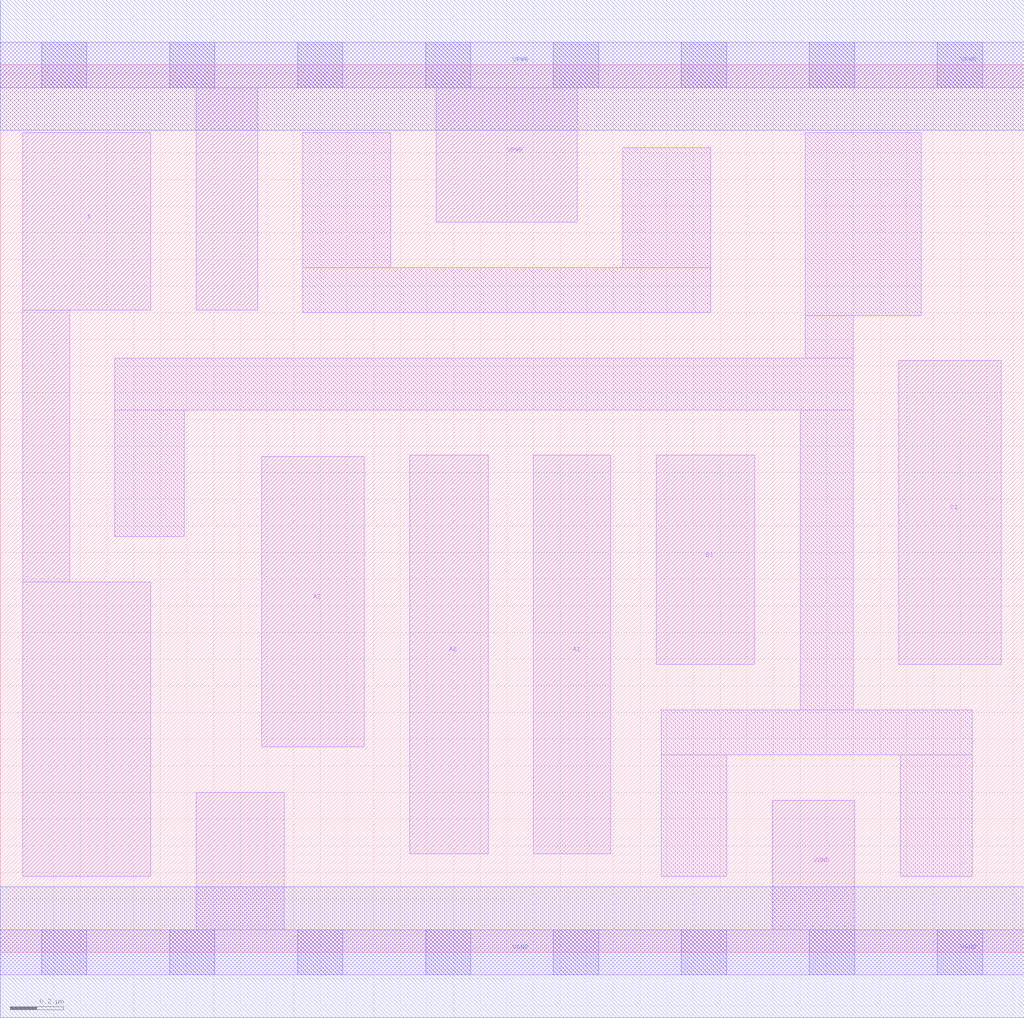
<source format=lef>
# Copyright 2020 The SkyWater PDK Authors
#
# Licensed under the Apache License, Version 2.0 (the "License");
# you may not use this file except in compliance with the License.
# You may obtain a copy of the License at
#
#     https://www.apache.org/licenses/LICENSE-2.0
#
# Unless required by applicable law or agreed to in writing, software
# distributed under the License is distributed on an "AS IS" BASIS,
# WITHOUT WARRANTIES OR CONDITIONS OF ANY KIND, either express or implied.
# See the License for the specific language governing permissions and
# limitations under the License.
#
# SPDX-License-Identifier: Apache-2.0

VERSION 5.7 ;
  NAMESCASESENSITIVE ON ;
  NOWIREEXTENSIONATPIN ON ;
  DIVIDERCHAR "/" ;
  BUSBITCHARS "[]" ;
UNITS
  DATABASE MICRONS 200 ;
END UNITS
MACRO sky130_fd_sc_lp__a311o_0
  CLASS CORE ;
  SOURCE USER ;
  FOREIGN sky130_fd_sc_lp__a311o_0 ;
  ORIGIN  0.000000  0.000000 ;
  SIZE  3.840000 BY  3.330000 ;
  SYMMETRY X Y R90 ;
  SITE unit ;
  PIN A1
    ANTENNAGATEAREA  0.159000 ;
    DIRECTION INPUT ;
    USE SIGNAL ;
    PORT
      LAYER li1 ;
        RECT 2.000000 0.370000 2.290000 1.865000 ;
    END
  END A1
  PIN A2
    ANTENNAGATEAREA  0.159000 ;
    DIRECTION INPUT ;
    USE SIGNAL ;
    PORT
      LAYER li1 ;
        RECT 1.535000 0.370000 1.830000 1.865000 ;
    END
  END A2
  PIN A3
    ANTENNAGATEAREA  0.159000 ;
    DIRECTION INPUT ;
    USE SIGNAL ;
    PORT
      LAYER li1 ;
        RECT 0.980000 0.770000 1.365000 1.860000 ;
    END
  END A3
  PIN B1
    ANTENNAGATEAREA  0.159000 ;
    DIRECTION INPUT ;
    USE SIGNAL ;
    PORT
      LAYER li1 ;
        RECT 2.460000 1.080000 2.830000 1.865000 ;
    END
  END B1
  PIN C1
    ANTENNAGATEAREA  0.159000 ;
    DIRECTION INPUT ;
    USE SIGNAL ;
    PORT
      LAYER li1 ;
        RECT 3.370000 1.080000 3.755000 2.220000 ;
    END
  END C1
  PIN X
    ANTENNADIFFAREA  0.293700 ;
    DIRECTION OUTPUT ;
    USE SIGNAL ;
    PORT
      LAYER li1 ;
        RECT 0.085000 0.285000 0.565000 1.390000 ;
        RECT 0.085000 1.390000 0.260000 2.410000 ;
        RECT 0.085000 2.410000 0.565000 3.075000 ;
    END
  END X
  PIN VGND
    DIRECTION INOUT ;
    USE GROUND ;
    PORT
      LAYER li1 ;
        RECT 0.000000 -0.085000 3.840000 0.085000 ;
        RECT 0.735000  0.085000 1.065000 0.600000 ;
        RECT 2.895000  0.085000 3.205000 0.570000 ;
      LAYER mcon ;
        RECT 0.155000 -0.085000 0.325000 0.085000 ;
        RECT 0.635000 -0.085000 0.805000 0.085000 ;
        RECT 1.115000 -0.085000 1.285000 0.085000 ;
        RECT 1.595000 -0.085000 1.765000 0.085000 ;
        RECT 2.075000 -0.085000 2.245000 0.085000 ;
        RECT 2.555000 -0.085000 2.725000 0.085000 ;
        RECT 3.035000 -0.085000 3.205000 0.085000 ;
        RECT 3.515000 -0.085000 3.685000 0.085000 ;
      LAYER met1 ;
        RECT 0.000000 -0.245000 3.840000 0.245000 ;
    END
  END VGND
  PIN VPWR
    DIRECTION INOUT ;
    USE POWER ;
    PORT
      LAYER li1 ;
        RECT 0.000000 3.245000 3.840000 3.415000 ;
        RECT 0.735000 2.410000 0.965000 3.245000 ;
        RECT 1.635000 2.740000 2.165000 3.245000 ;
      LAYER mcon ;
        RECT 0.155000 3.245000 0.325000 3.415000 ;
        RECT 0.635000 3.245000 0.805000 3.415000 ;
        RECT 1.115000 3.245000 1.285000 3.415000 ;
        RECT 1.595000 3.245000 1.765000 3.415000 ;
        RECT 2.075000 3.245000 2.245000 3.415000 ;
        RECT 2.555000 3.245000 2.725000 3.415000 ;
        RECT 3.035000 3.245000 3.205000 3.415000 ;
        RECT 3.515000 3.245000 3.685000 3.415000 ;
      LAYER met1 ;
        RECT 0.000000 3.085000 3.840000 3.575000 ;
    END
  END VPWR
  OBS
    LAYER li1 ;
      RECT 0.430000 1.560000 0.690000 2.035000 ;
      RECT 0.430000 2.035000 3.200000 2.230000 ;
      RECT 1.135000 2.400000 2.665000 2.570000 ;
      RECT 1.135000 2.570000 1.465000 3.075000 ;
      RECT 2.335000 2.570000 2.665000 3.020000 ;
      RECT 2.480000 0.285000 2.725000 0.740000 ;
      RECT 2.480000 0.740000 3.645000 0.910000 ;
      RECT 3.000000 0.910000 3.200000 2.035000 ;
      RECT 3.020000 2.230000 3.200000 2.390000 ;
      RECT 3.020000 2.390000 3.455000 3.075000 ;
      RECT 3.375000 0.285000 3.645000 0.740000 ;
  END
END sky130_fd_sc_lp__a311o_0

</source>
